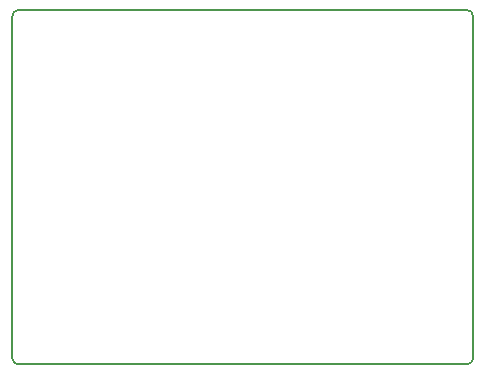
<source format=gbr>
G04 DipTrace 2.4.0.2*
%INBoardOutline.gbr*%
%MOMM*%
%ADD11C,0.14*%
%FSLAX53Y53*%
G04*
G71*
G90*
G75*
G01*
%LNBoardOutline*%
%LPD*%
X625Y74D2*
D11*
X38625D1*
G03X39125Y574I0J500D01*
G01*
Y29574D1*
G03X38625Y30074I-500J0D01*
G01*
X625D1*
G03X125Y29574I0J-500D01*
G01*
Y574D1*
G03X625Y74I500J0D01*
G01*
M02*

</source>
